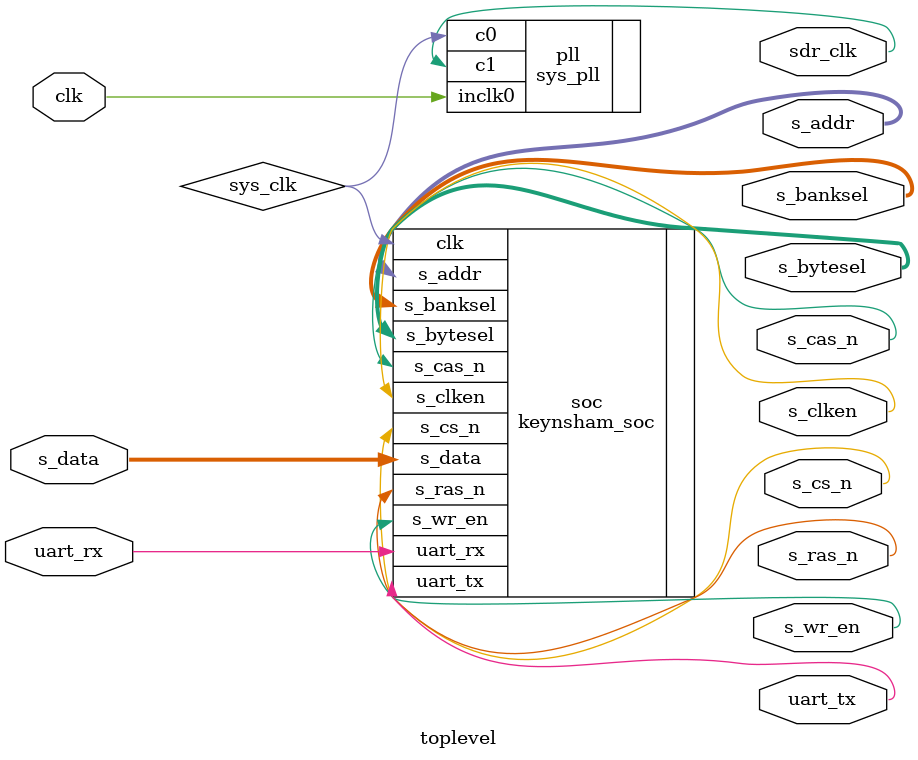
<source format=v>
module toplevel(input wire clk,
		input wire uart_rx,
		output wire uart_tx,
		output wire s_ras_n,
		output wire s_cas_n,
		output wire s_wr_en,
		output wire [1:0] s_bytesel,
		output wire [12:0] s_addr,
		output wire s_cs_n,
		output wire s_clken,
		inout [15:0] s_data,
		output wire [1:0] s_banksel,
		output wire sdr_clk);

wire sys_clk;

sys_pll		pll(.inclk0(clk),
		    .c0(sys_clk),
		    .c1(sdr_clk));

keynsham_soc	soc(.clk(sys_clk),
		    .uart_rx(uart_rx),
		    .uart_tx(uart_tx),
		    .s_ras_n(s_ras_n),
		    .s_cas_n(s_cas_n),
		    .s_wr_en(s_wr_en),
		    .s_bytesel(s_bytesel),
		    .s_addr(s_addr),
		    .s_cs_n(s_cs_n),
		    .s_clken(s_clken),
		    .s_data(s_data),
		    .s_banksel(s_banksel));
endmodule

</source>
